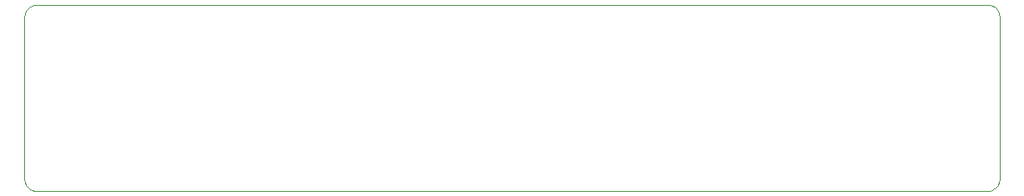
<source format=gbp>
G75*
%MOIN*%
%OFA0B0*%
%FSLAX24Y24*%
%IPPOS*%
%LPD*%
%AMOC8*
5,1,8,0,0,1.08239X$1,22.5*
%
%ADD10C,0.0010*%
D10*
X001260Y001510D02*
X039236Y001510D01*
X039280Y001512D01*
X039323Y001518D01*
X039366Y001527D01*
X039407Y001540D01*
X039448Y001557D01*
X039487Y001577D01*
X039523Y001601D01*
X039558Y001627D01*
X039590Y001657D01*
X039620Y001689D01*
X039646Y001724D01*
X039670Y001760D01*
X039690Y001799D01*
X039707Y001840D01*
X039720Y001881D01*
X039729Y001924D01*
X039735Y001967D01*
X039737Y002011D01*
X039736Y002011D02*
X039736Y008514D01*
X039737Y008514D02*
X039735Y008556D01*
X039730Y008597D01*
X039721Y008637D01*
X039708Y008677D01*
X039692Y008716D01*
X039673Y008753D01*
X039651Y008788D01*
X039625Y008821D01*
X039597Y008851D01*
X039567Y008879D01*
X039534Y008905D01*
X039499Y008927D01*
X039462Y008946D01*
X039423Y008962D01*
X039383Y008975D01*
X039343Y008984D01*
X039302Y008989D01*
X039260Y008991D01*
X039260Y008990D02*
X001240Y008990D01*
X001198Y008988D01*
X001157Y008983D01*
X001116Y008974D01*
X001076Y008961D01*
X001037Y008945D01*
X001000Y008926D01*
X000965Y008903D01*
X000931Y008878D01*
X000901Y008849D01*
X000872Y008819D01*
X000847Y008785D01*
X000824Y008750D01*
X000805Y008713D01*
X000789Y008674D01*
X000776Y008634D01*
X000767Y008593D01*
X000762Y008552D01*
X000760Y008510D01*
X000760Y002010D01*
X000762Y001966D01*
X000768Y001923D01*
X000777Y001881D01*
X000790Y001839D01*
X000807Y001799D01*
X000827Y001760D01*
X000850Y001723D01*
X000877Y001689D01*
X000906Y001656D01*
X000939Y001627D01*
X000973Y001600D01*
X001010Y001577D01*
X001049Y001557D01*
X001089Y001540D01*
X001131Y001527D01*
X001173Y001518D01*
X001216Y001512D01*
X001260Y001510D01*
M02*

</source>
